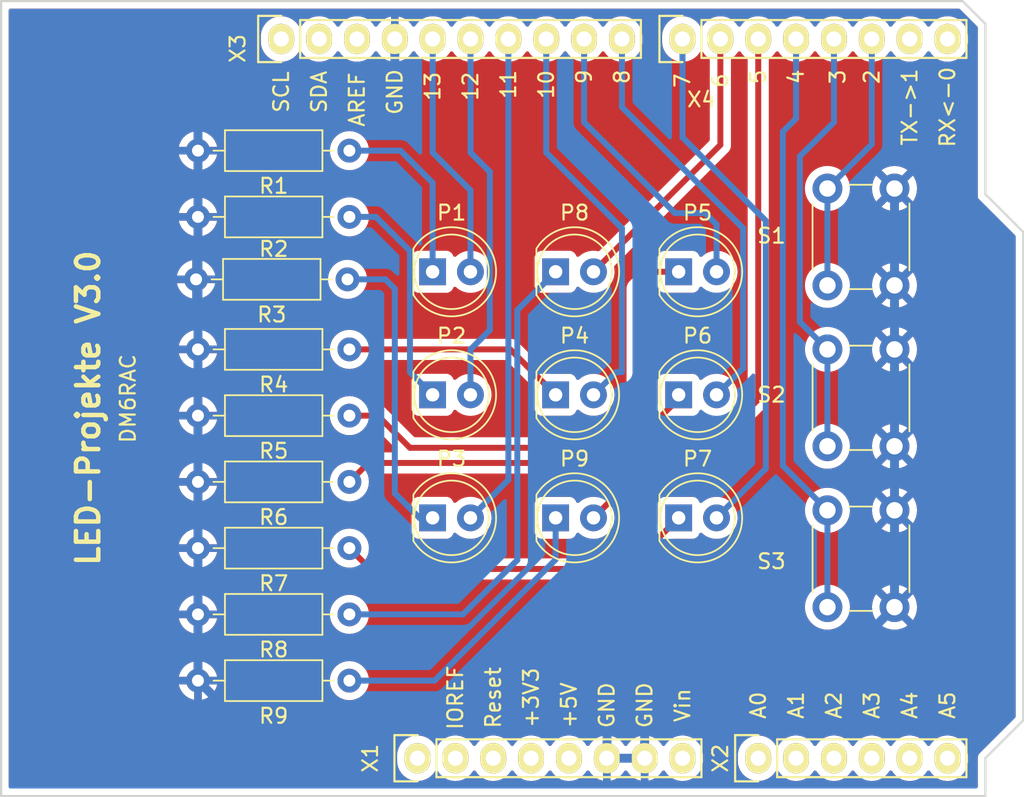
<source format=kicad_pcb>
(kicad_pcb (version 20211014) (generator pcbnew)
  (title_block (date "lun. 30 mars 2015"))
  (layers (0 "F.Cu" signal) (31 "B.Cu" signal) (34 "B.Paste" user) (35 "F.Paste" user) (36 "B.SilkS" user "B.Silkscreen") (37 "F.SilkS" user "F.Silkscreen") (38 "B.Mask" user) (39 "F.Mask" user) (44 "Edge.Cuts" user))
  (net 0 "")
  (net 1 "/IOREF")
  (net 2 "/Reset")
  (net 3 "+5V")
  (net 4 "GND")
  (net 5 "/Vin")
  (net 6 "/A0")
  (net 7 "/A1")
  (net 8 "/A2")
  (net 9 "/A3")
  (net 10 "/AREF")
  (net 11 "/D13")
  (net 12 "/D12")
  (net 13 "/D11")
  (net 14 "/D10")
  (net 15 "/D9")
  (net 16 "/D8")
  (net 17 "/D7")
  (net 18 "/D3")
  (net 19 "/D2")
  (net 20 "/D6")
  (net 21 "/D5")
  (net 22 "/D4")
  (net 23 "Net-(P5-Pad1)")
  (net 24 "Net-(P6-Pad1)")
  (net 25 "Net-(P7-Pad1)")
  (net 26 "Net-(P2-Pad1)")
  (net 27 "/A4")
  (net 28 "Net-(P3-Pad1)")
  (net 29 "Net-(P1-Pad1)")
  (net 30 "+3V3")
  (net 31 "/A5")
  (net 32 "/SCL")
  (net 33 "Net-(P4-Pad1)")
  (net 35 "/SDA")
  (net 36 "Net-(P8-Pad1)")
  (net 37 "Net-(P9-Pad1)")
  (net 38 "/D1(Tx)")
  (net 39 "/D0(Rx)")
  (footprint "Socket_Arduino_Uno:Socket_Strip_Arduino_1x08" (layer "F.Cu") (at 138.938 123.825)
    (fp_text reference "X1" (at -3.175 0 90) (layer "F.SilkS"))
    (fp_text value "Power")
    (fp_line (start 19.05 1.27) (end 19.05 -1.27) (layer "F.SilkS") (width 0.15))
    (fp_line (start 1.27 1.27) (end 19.05 1.27) (layer "F.SilkS") (width 0.15))
    (fp_line (start 19.05 -1.27) (end 1.27 -1.27) (layer "F.SilkS") (width 0.15))
    (fp_line (start 0 -1.55) (end -1.55 -1.55) (layer "F.SilkS") (width 0.15))
    (fp_line (start -1.55 -1.55) (end -1.55 1.55) (layer "F.SilkS") (width 0.15))
    (fp_line (start -1.55 1.55) (end 0 1.55) (layer "F.SilkS") (width 0.15))
    (fp_line (start 1.27 1.27) (end 1.27 -1.27) (layer "F.SilkS") (width 0.15))
    (pad "1" thru_hole oval locked (at 0 0) (size 1.7272 2.032) (drill 1.016) (layers *.Cu *.Mask "F.SilkS"))
    (pad "2" thru_hole oval locked (at 2.54 0) (size 1.7272 2.032) (drill 1.016) (layers *.Cu *.Mask "F.SilkS") (net 1 "/IOREF"))
    (pad "3" thru_hole oval locked (at 5.08 0) (size 1.7272 2.032) (drill 1.016) (layers *.Cu *.Mask "F.SilkS") (net 2 "/Reset"))
    (pad "4" thru_hole oval locked (at 7.62 0) (size 1.7272 2.032) (drill 1.016) (layers *.Cu *.Mask "F.SilkS") (net 30 "+3V3"))
    (pad "5" thru_hole oval locked (at 10.16 0) (size 1.7272 2.032) (drill 1.016) (layers *.Cu *.Mask "F.SilkS") (net 3 "+5V"))
    (pad "6" thru_hole oval locked (at 12.7 0) (size 1.7272 2.032) (drill 1.016) (layers *.Cu *.Mask "F.SilkS") (net 4 "GND"))
    (pad "7" thru_hole oval locked (at 15.24 0) (size 1.7272 2.032) (drill 1.016) (layers *.Cu *.Mask "F.SilkS") (net 4 "GND"))
    (pad "8" thru_hole oval locked (at 17.78 0) (size 1.7272 2.032) (drill 1.016) (layers *.Cu *.Mask "F.SilkS") (net 5 "/Vin"))
  )
  (footprint "Socket_Arduino_Uno:Socket_Strip_Arduino_1x06" (layer "F.Cu") (at 161.798 123.825)
    (fp_text reference "X2" (at -2.54 0 90) (layer "F.SilkS"))
    (fp_text value "Analog")
    (fp_line (start 1.27 1.27) (end 1.27 -1.27) (layer "F.SilkS") (width 0.15))
    (fp_line (start 0 -1.55) (end -1.55 -1.55) (layer "F.SilkS") (width 0.15))
    (fp_line (start 13.97 -1.27) (end 1.27 -1.27) (layer "F.SilkS") (width 0.15))
    (fp_line (start 1.27 1.27) (end 13.97 1.27) (layer "F.SilkS") (width 0.15))
    (fp_line (start 13.97 1.27) (end 13.97 -1.27) (layer "F.SilkS") (width 0.15))
    (fp_line (start -1.55 -1.55) (end -1.55 1.55) (layer "F.SilkS") (width 0.15))
    (fp_line (start -1.55 1.55) (end 0 1.55) (layer "F.SilkS") (width 0.15))
    (pad "1" thru_hole oval locked (at 0 0) (size 1.7272 2.032) (drill 1.016) (layers *.Cu *.Mask "F.SilkS") (net 6 "/A0"))
    (pad "2" thru_hole oval locked (at 2.54 0) (size 1.7272 2.032) (drill 1.016) (layers *.Cu *.Mask "F.SilkS") (net 7 "/A1"))
    (pad "3" thru_hole oval locked (at 5.08 0) (size 1.7272 2.032) (drill 1.016) (layers *.Cu *.Mask "F.SilkS") (net 8 "/A2"))
    (pad "4" thru_hole oval locked (at 7.62 0) (size 1.7272 2.032) (drill 1.016) (layers *.Cu *.Mask "F.SilkS") (net 9 "/A3"))
    (pad "5" thru_hole oval locked (at 10.16 0) (size 1.7272 2.032) (drill 1.016) (layers *.Cu *.Mask "F.SilkS") (net 27 "/A4"))
    (pad "6" thru_hole oval locked (at 12.7 0) (size 1.7272 2.032) (drill 1.016) (layers *.Cu *.Mask "F.SilkS") (net 31 "/A5"))
  )
  (footprint "Socket_Arduino_Uno:Socket_Strip_Arduino_1x10" (layer "F.Cu") (at 129.794 75.565)
    (fp_text reference "X3" (at -2.921 0.635 90) (layer "F.SilkS"))
    (fp_text value "Digital")
    (fp_line (start -1.55 -1.55) (end -1.55 1.55) (layer "F.SilkS") (width 0.15))
    (fp_line (start 1.27 1.27) (end 24.13 1.27) (layer "F.SilkS") (width 0.15))
    (fp_line (start 24.13 1.27) (end 24.13 -1.27) (layer "F.SilkS") (width 0.15))
    (fp_line (start 24.13 -1.27) (end 1.27 -1.27) (layer "F.SilkS") (width 0.15))
    (fp_line (start 0 -1.55) (end -1.55 -1.55) (layer "F.SilkS") (width 0.15))
    (fp_line (start -1.55 1.55) (end 0 1.55) (layer "F.SilkS") (width 0.15))
    (fp_line (start 1.27 1.27) (end 1.27 -1.27) (layer "F.SilkS") (width 0.15))
    (pad "1" thru_hole oval locked (at 0 0) (size 1.7272 2.032) (drill 1.016) (layers *.Cu *.Mask "F.SilkS") (net 32 "/SCL"))
    (pad "2" thru_hole oval locked (at 2.54 0) (size 1.7272 2.032) (drill 1.016) (layers *.Cu *.Mask "F.SilkS") (net 35 "/SDA"))
    (pad "3" thru_hole oval locked (at 5.08 0) (size 1.7272 2.032) (drill 1.016) (layers *.Cu *.Mask "F.SilkS") (net 10 "/AREF"))
    (pad "4" thru_hole oval locked (at 7.62 0) (size 1.7272 2.032) (drill 1.016) (layers *.Cu *.Mask "F.SilkS") (net 4 "GND"))
    (pad "5" thru_hole oval locked (at 10.16 0) (size 1.7272 2.032) (drill 1.016) (layers *.Cu *.Mask "F.SilkS") (net 11 "/D13"))
    (pad "6" thru_hole oval locked (at 12.7 0) (size 1.7272 2.032) (drill 1.016) (layers *.Cu *.Mask "F.SilkS") (net 12 "/D12"))
    (pad "7" thru_hole oval locked (at 15.24 0) (size 1.7272 2.032) (drill 1.016) (layers *.Cu *.Mask "F.SilkS") (net 13 "/D11"))
    (pad "8" thru_hole oval locked (at 17.78 0) (size 1.7272 2.032) (drill 1.016) (layers *.Cu *.Mask "F.SilkS") (net 14 "/D10"))
    (pad "9" thru_hole oval locked (at 20.32 0) (size 1.7272 2.032) (drill 1.016) (layers *.Cu *.Mask "F.SilkS") (net 15 "/D9"))
    (pad "10" thru_hole oval locked (at 22.86 0) (size 1.7272 2.032) (drill 1.016) (layers *.Cu *.Mask "F.SilkS") (net 16 "/D8"))
  )
  (footprint "Socket_Arduino_Uno:Socket_Strip_Arduino_1x08" (layer "F.Cu") (at 156.718 75.565)
    (fp_text reference "X4" (at 1.27 4.064 180) (layer "F.SilkS"))
    (fp_text value "Digital")
    (fp_line (start 19.05 -1.27) (end 1.27 -1.27) (layer "F.SilkS") (width 0.15))
    (fp_line (start -1.55 1.55) (end 0 1.55) (layer "F.SilkS") (width 0.15))
    (fp_line (start 1.27 1.27) (end 19.05 1.27) (layer "F.SilkS") (width 0.15))
    (fp_line (start 1.27 1.27) (end 1.27 -1.27) (layer "F.SilkS") (width 0.15))
    (fp_line (start 0 -1.55) (end -1.55 -1.55) (layer "F.SilkS") (width 0.15))
    (fp_line (start 19.05 1.27) (end 19.05 -1.27) (layer "F.SilkS") (width 0.15))
    (fp_line (start -1.55 -1.55) (end -1.55 1.55) (layer "F.SilkS") (width 0.15))
    (pad "1" thru_hole oval locked (at 0 0) (size 1.7272 2.032) (drill 1.016) (layers *.Cu *.Mask "F.SilkS") (net 17 "/D7"))
    (pad "2" thru_hole oval locked (at 2.54 0) (size 1.7272 2.032) (drill 1.016) (layers *.Cu *.Mask "F.SilkS") (net 20 "/D6"))
    (pad "3" thru_hole oval locked (at 5.08 0) (size 1.7272 2.032) (drill 1.016) (layers *.Cu *.Mask "F.SilkS") (net 21 "/D5"))
    (pad "4" thru_hole oval locked (at 7.62 0) (size 1.7272 2.032) (drill 1.016) (layers *.Cu *.Mask "F.SilkS") (net 22 "/D4"))
    (pad "5" thru_hole oval locked (at 10.16 0) (size 1.7272 2.032) (drill 1.016) (layers *.Cu *.Mask "F.SilkS") (net 18 "/D3"))
    (pad "6" thru_hole oval locked (at 12.7 0) (size 1.7272 2.032) (drill 1.016) (layers *.Cu *.Mask "F.SilkS") (net 19 "/D2"))
    (pad "7" thru_hole oval locked (at 15.24 0) (size 1.7272 2.032) (drill 1.016) (layers *.Cu *.Mask "F.SilkS") (net 38 "/D1(Tx)"))
    (pad "8" thru_hole oval locked (at 17.78 0) (size 1.7272 2.032) (drill 1.016) (layers *.Cu *.Mask "F.SilkS") (net 39 "/D0(Rx)"))
  )
  (footprint "LED_THT:LED_D5.0mm" (layer "F.Cu") (at 139.949 99.441)
    (fp_text reference "P2" (at 1.27 -3.96) (layer "F.SilkS"))
    (fp_text value "gelb")
    (fp_line (start -1.29 -1.545) (end -1.29 1.545) (layer "F.SilkS") (width 0.12))
    (fp_arc (start 4.26 -0.000462) (mid 2.072002 2.880433) (end -1.29 1.54483) (layer "F.SilkS") (width 0.12))
    (fp_arc (start -1.29 -1.54483) (mid 2.072002 -2.880433) (end 4.26 0.000462) (layer "F.SilkS") (width 0.12))
    (fp_circle (center 1.27 0) (end 3.77 0) (layer "F.SilkS") (width 0.12) (fill none))
    (pad "1" thru_hole rect (at 0 0) (size 1.8 1.8) (drill 0.9) (layers *.Cu *.Mask) (net 26 "Net-(P2-Pad1)"))
    (pad "2" thru_hole circle (at 2.54 0) (size 1.8 1.8) (drill 0.9) (layers *.Cu *.Mask) (net 12 "/D12"))
  )
  (footprint "LED_THT:LED_D5.0mm" (layer "F.Cu") (at 148.204 107.696)
    (fp_text reference "P9" (at 1.27 -3.96) (layer "F.SilkS"))
    (fp_text value "weiß")
    (fp_line (start -1.29 -1.545) (end -1.29 1.545) (layer "F.SilkS") (width 0.12))
    (fp_arc (start -1.29 -1.54483) (mid 2.072002 -2.880433) (end 4.26 0.000462) (layer "F.SilkS") (width 0.12))
    (fp_arc (start 4.26 -0.000462) (mid 2.072002 2.880433) (end -1.29 1.54483) (layer "F.SilkS") (width 0.12))
    (fp_circle (center 1.27 0) (end 3.77 0) (layer "F.SilkS") (width 0.12) (fill none))
    (pad "1" thru_hole rect (at 0 0) (size 1.8 1.8) (drill 0.9) (layers *.Cu *.Mask) (net 37 "Net-(P9-Pad1)"))
    (pad "2" thru_hole circle (at 2.54 0) (size 1.8 1.8) (drill 0.9) (layers *.Cu *.Mask) (net 21 "/D5"))
  )
  (footprint "Resistor_THT:R_Axial_DIN0207_L6.3mm_D2.5mm_P10.16mm_Horizontal" (layer "F.Cu") (at 134.366 114.173 180)
    (fp_text reference "R8" (at 5.08 -2.37) (layer "F.SilkS"))
    (fp_text value "390")
    (fp_line (start 1.04 0) (end 1.81 0) (layer "F.SilkS") (width 0.12))
    (fp_line (start 1.81 1.37) (end 8.35 1.37) (layer "F.SilkS") (width 0.12))
    (fp_line (start 9.12 0) (end 8.35 0) (layer "F.SilkS") (width 0.12))
    (fp_line (start 1.81 -1.37) (end 1.81 1.37) (layer "F.SilkS") (width 0.12))
    (fp_line (start 8.35 -1.37) (end 1.81 -1.37) (layer "F.SilkS") (width 0.12))
    (fp_line (start 8.35 1.37) (end 8.35 -1.37) (layer "F.SilkS") (width 0.12))
    (pad "1" thru_hole circle (at 0 0 180) (size 1.6 1.6) (drill 0.8) (layers *.Cu *.Mask) (net 36 "Net-(P8-Pad1)"))
    (pad "2" thru_hole oval (at 10.16 0 180) (size 1.6 1.6) (drill 0.8) (layers *.Cu *.Mask) (net 4 "GND"))
  )
  (footprint "Resistor_THT:R_Axial_DIN0207_L6.3mm_D2.5mm_P10.16mm_Horizontal" (layer "F.Cu") (at 134.366 100.838 180)
    (fp_text reference "R5" (at 5.08 -2.37) (layer "F.SilkS"))
    (fp_text value "390")
    (fp_line (start 9.12 0) (end 8.35 0) (layer "F.SilkS") (width 0.12))
    (fp_line (start 8.35 1.37) (end 8.35 -1.37) (layer "F.SilkS") (width 0.12))
    (fp_line (start 1.81 -1.37) (end 1.81 1.37) (layer "F.SilkS") (width 0.12))
    (fp_line (start 1.04 0) (end 1.81 0) (layer "F.SilkS") (width 0.12))
    (fp_line (start 8.35 -1.37) (end 1.81 -1.37) (layer "F.SilkS") (width 0.12))
    (fp_line (start 1.81 1.37) (end 8.35 1.37) (layer "F.SilkS") (width 0.12))
    (pad "1" thru_hole circle (at 0 0 180) (size 1.6 1.6) (drill 0.8) (layers *.Cu *.Mask) (net 23 "Net-(P5-Pad1)"))
    (pad "2" thru_hole oval (at 10.16 0 180) (size 1.6 1.6) (drill 0.8) (layers *.Cu *.Mask) (net 4 "GND"))
  )
  (footprint "Resistor_THT:R_Axial_DIN0207_L6.3mm_D2.5mm_P10.16mm_Horizontal" (layer "F.Cu") (at 134.366 96.393 180)
    (fp_text reference "R4" (at 5.08 -2.37) (layer "F.SilkS"))
    (fp_text value "390")
    (fp_line (start 8.35 1.37) (end 8.35 -1.37) (layer "F.SilkS") (width 0.12))
    (fp_line (start 1.81 -1.37) (end 1.81 1.37) (layer "F.SilkS") (width 0.12))
    (fp_line (start 1.81 1.37) (end 8.35 1.37) (layer "F.SilkS") (width 0.12))
    (fp_line (start 1.04 0) (end 1.81 0) (layer "F.SilkS") (width 0.12))
    (fp_line (start 8.35 -1.37) (end 1.81 -1.37) (layer "F.SilkS") (width 0.12))
    (fp_line (start 9.12 0) (end 8.35 0) (layer "F.SilkS") (width 0.12))
    (pad "1" thru_hole circle (at 0 0 180) (size 1.6 1.6) (drill 0.8) (layers *.Cu *.Mask) (net 33 "Net-(P4-Pad1)"))
    (pad "2" thru_hole oval (at 10.16 0 180) (size 1.6 1.6) (drill 0.8) (layers *.Cu *.Mask) (net 4 "GND"))
  )
  (footprint "LED_THT:LED_D5.0mm" (layer "F.Cu") (at 139.949 107.696)
    (fp_text reference "P3" (at 1.27 -3.96) (layer "F.SilkS"))
    (fp_text value "grün")
    (fp_line (start -1.29 -1.545) (end -1.29 1.545) (layer "F.SilkS") (width 0.12))
    (fp_arc (start 4.26 -0.000462) (mid 2.072002 2.880433) (end -1.29 1.54483) (layer "F.SilkS") (width 0.12))
    (fp_arc (start -1.29 -1.54483) (mid 2.072002 -2.880433) (end 4.26 0.000462) (layer "F.SilkS") (width 0.12))
    (fp_circle (center 1.27 0) (end 3.77 0) (layer "F.SilkS") (width 0.12) (fill none))
    (pad "1" thru_hole rect (at 0 0) (size 1.8 1.8) (drill 0.9) (layers *.Cu *.Mask) (net 28 "Net-(P3-Pad1)"))
    (pad "2" thru_hole circle (at 2.54 0) (size 1.8 1.8) (drill 0.9) (layers *.Cu *.Mask) (net 13 "/D11"))
  )
  (footprint "LED_THT:LED_D5.0mm" (layer "F.Cu") (at 156.459 99.441)
    (fp_text reference "P6" (at 1.27 -3.96) (layer "F.SilkS"))
    (fp_text value "gelb")
    (fp_line (start -1.29 -1.545) (end -1.29 1.545) (layer "F.SilkS") (width 0.12))
    (fp_arc (start -1.29 -1.54483) (mid 2.072002 -2.880433) (end 4.26 0.000462) (layer "F.SilkS") (width 0.12))
    (fp_arc (start 4.26 -0.000462) (mid 2.072002 2.880433) (end -1.29 1.54483) (layer "F.SilkS") (width 0.12))
    (fp_circle (center 1.27 0) (end 3.77 0) (layer "F.SilkS") (width 0.12) (fill none))
    (pad "1" thru_hole rect (at 0 0) (size 1.8 1.8) (drill 0.9) (layers *.Cu *.Mask) (net 24 "Net-(P6-Pad1)"))
    (pad "2" thru_hole circle (at 2.54 0) (size 1.8 1.8) (drill 0.9) (layers *.Cu *.Mask) (net 16 "/D8"))
  )
  (footprint "Button_Switch_THT:SW_PUSH_6mm_H9.5mm" (layer "F.Cu") (at 170.942 96.393 -90)
    (fp_text reference "S2" (at 3.048 8.26 180) (layer "F.SilkS"))
    (fp_text value "Taster")
    (fp_line (start 6.75 3) (end 6.75 1.5) (layer "F.SilkS") (width 0.12))
    (fp_line (start 1 5.5) (end 5.5 5.5) (layer "F.SilkS") (width 0.12))
    (fp_line (start -0.25 1.5) (end -0.25 3) (layer "F.SilkS") (width 0.12))
    (fp_line (start 5.5 -1) (end 1 -1) (layer "F.SilkS") (width 0.12))
    (pad "1" thru_hole circle (at 0 0) (size 2 2) (drill 1.1) (layers *.Cu *.Mask) (net 4 "GND"))
    (pad "2" thru_hole circle (at 0 4.5) (size 2 2) (drill 1.1) (layers *.Cu *.Mask) (net 18 "/D3"))
    (pad "3" thru_hole circle (at 6.5 0) (size 2 2) (drill 1.1) (layers *.Cu *.Mask) (net 4 "GND"))
    (pad "4" thru_hole circle (at 6.5 4.5) (size 2 2) (drill 1.1) (layers *.Cu *.Mask) (net 18 "/D3"))
  )
  (footprint "Resistor_THT:R_Axial_DIN0207_L6.3mm_D2.5mm_P10.16mm_Horizontal" (layer "F.Cu") (at 134.366 105.283 180)
    (fp_text reference "R6" (at 5.08 -2.37) (layer "F.SilkS"))
    (fp_text value "390")
    (fp_line (start 1.81 -1.37) (end 1.81 1.37) (layer "F.SilkS") (width 0.12))
    (fp_line (start 8.35 1.37) (end 8.35 -1.37) (layer "F.SilkS") (width 0.12))
    (fp_line (start 1.81 1.37) (end 8.35 1.37) (layer "F.SilkS") (width 0.12))
    (fp_line (start 1.04 0) (end 1.81 0) (layer "F.SilkS") (width 0.12))
    (fp_line (start 9.12 0) (end 8.35 0) (layer "F.SilkS") (width 0.12))
    (fp_line (start 8.35 -1.37) (end 1.81 -1.37) (layer "F.SilkS") (width 0.12))
    (pad "1" thru_hole circle (at 0 0 180) (size 1.6 1.6) (drill 0.8) (layers *.Cu *.Mask) (net 24 "Net-(P6-Pad1)"))
    (pad "2" thru_hole oval (at 10.16 0 180) (size 1.6 1.6) (drill 0.8) (layers *.Cu *.Mask) (net 4 "GND"))
  )
  (footprint "LED_THT:LED_D5.0mm" (layer "F.Cu") (at 148.204 91.186)
    (fp_text reference "P8" (at 1.27 -3.96) (layer "F.SilkS"))
    (fp_text value "rot")
    (fp_line (start -1.29 -1.545) (end -1.29 1.545) (layer "F.SilkS") (width 0.12))
    (fp_arc (start -1.29 -1.54483) (mid 2.072002 -2.880433) (end 4.26 0.000462) (layer "F.SilkS") (width 0.12))
    (fp_arc (start 4.26 -0.000462) (mid 2.072002 2.880433) (end -1.29 1.54483) (layer "F.SilkS") (width 0.12))
    (fp_circle (center 1.27 0) (end 3.77 0) (layer "F.SilkS") (width 0.12) (fill none))
    (pad "1" thru_hole rect (at 0 0) (size 1.8 1.8) (drill 0.9) (layers *.Cu *.Mask) (net 36 "Net-(P8-Pad1)"))
    (pad "2" thru_hole circle (at 2.54 0) (size 1.8 1.8) (drill 0.9) (layers *.Cu *.Mask) (net 20 "/D6"))
  )
  (footprint "Resistor_THT:R_Axial_DIN0207_L6.3mm_D2.5mm_P10.16mm_Horizontal" (layer "F.Cu") (at 134.366 83.058 180)
    (fp_text reference "R1" (at 5.08 -2.37) (layer "F.SilkS"))
    (fp_text value "390")
    (fp_line (start 1.81 1.37) (end 8.35 1.37) (layer "F.SilkS") (width 0.12))
    (fp_line (start 1.81 -1.37) (end 1.81 1.37) (layer "F.SilkS") (width 0.12))
    (fp_line (start 1.04 0) (end 1.81 0) (layer "F.SilkS") (width 0.12))
    (fp_line (start 8.35 -1.37) (end 1.81 -1.37) (layer "F.SilkS") (width 0.12))
    (fp_line (start 8.35 1.37) (end 8.35 -1.37) (layer "F.SilkS") (width 0.12))
    (fp_line (start 9.12 0) (end 8.35 0) (layer "F.SilkS") (width 0.12))
    (pad "1" thru_hole circle (at 0 0 180) (size 1.6 1.6) (drill 0.8) (layers *.Cu *.Mask) (net 29 "Net-(P1-Pad1)"))
    (pad "2" thru_hole oval (at 10.16 0 180) (size 1.6 1.6) (drill 0.8) (layers *.Cu *.Mask) (net 4 "GND"))
  )
  (footprint "Resistor_THT:R_Axial_DIN0207_L6.3mm_D2.5mm_P10.16mm_Horizontal" (layer "F.Cu") (at 134.366 109.728 180)
    (fp_text reference "R7" (at 5.08 -2.37) (layer "F.SilkS"))
    (fp_text value "390")
    (fp_line (start 9.12 0) (end 8.35 0) (layer "F.SilkS") (width 0.12))
    (fp_line (start 8.35 1.37) (end 8.35 -1.37) (layer "F.SilkS") (width 0.12))
    (fp_line (start 8.35 -1.37) (end 1.81 -1.37) (layer "F.SilkS") (width 0.12))
    (fp_line (start 1.81 -1.37) (end 1.81 1.37) (layer "F.SilkS") (width 0.12))
    (fp_line (start 1.81 1.37) (end 8.35 1.37) (layer "F.SilkS") (width 0.12))
    (fp_line (start 1.04 0) (end 1.81 0) (layer "F.SilkS") (width 0.12))
    (pad "1" thru_hole circle (at 0 0 180) (size 1.6 1.6) (drill 0.8) (layers *.Cu *.Mask) (net 25 "Net-(P7-Pad1)"))
    (pad "2" thru_hole oval (at 10.16 0 180) (size 1.6 1.6) (drill 0.8) (layers *.Cu *.Mask) (net 4 "GND"))
  )
  (footprint "Button_Switch_THT:SW_PUSH_6mm_H9.5mm" (layer "F.Cu") (at 170.942 107.188 -90)
    (fp_text reference "S3" (at 3.429 8.26 180) (layer "F.SilkS"))
    (fp_text value "Taster")
    (fp_line (start 5.5 -1) (end 1 -1) (layer "F.SilkS") (width 0.12))
    (fp_line (start 6.75 3) (end 6.75 1.5) (layer "F.SilkS") (width 0.12))
    (fp_line (start -0.25 1.5) (end -0.25 3) (layer "F.SilkS") (width 0.12))
    (fp_line (start 1 5.5) (end 5.5 5.5) (layer "F.SilkS") (width 0.12))
    (pad "1" thru_hole circle (at 0 0) (size 2 2) (drill 1.1) (layers *.Cu *.Mask) (net 4 "GND"))
    (pad "2" thru_hole circle (at 0 4.5) (size 2 2) (drill 1.1) (layers *.Cu *.Mask) (net 22 "/D4"))
    (pad "3" thru_hole circle (at 6.5 0) (size 2 2) (drill 1.1) (layers *.Cu *.Mask) (net 4 "GND"))
    (pad "4" thru_hole circle (at 6.5 4.5) (size 2 2) (drill 1.1) (layers *.Cu *.Mask) (net 22 "/D4"))
  )
  (footprint "Resistor_THT:R_Axial_DIN0207_L6.3mm_D2.5mm_P10.16mm_Horizontal" (layer "F.Cu") (at 134.366 87.503 180)
    (fp_text reference "R2" (at 5.08 -2.159) (layer "F.SilkS"))
    (fp_text value "390")
    (fp_line (start 1.81 -1.37) (end 1.81 1.37) (layer "F.SilkS") (width 0.12))
    (fp_line (start 1.81 1.37) (end 8.35 1.37) (layer "F.SilkS") (width 0.12))
    (fp_line (start 9.12 0) (end 8.35 0) (layer "F.SilkS") (width 0.12))
    (fp_line (start 1.04 0) (end 1.81 0) (layer "F.SilkS") (width 0.12))
    (fp_line (start 8.35 1.37) (end 8.35 -1.37) (layer "F.SilkS") (width 0.12))
    (fp_line (start 8.35 -1.37) (end 1.81 -1.37) (layer "F.SilkS") (width 0.12))
    (pad "1" thru_hole circle (at 0 0 180) (size 1.6 1.6) (drill 0.8) (layers *.Cu *.Mask) (net 26 "Net-(P2-Pad1)"))
    (pad "2" thru_hole oval (at 10.16 0 180) (size 1.6 1.6) (drill 0.8) (layers *.Cu *.Mask) (net 4 "GND"))
  )
  (footprint "Button_Switch_THT:SW_PUSH_6mm_H9.5mm" (layer "F.Cu") (at 170.942 85.598 -90)
    (fp_text reference "S1" (at 3.175 8.26 180) (layer "F.SilkS"))
    (fp_text value "Taster")
    (fp_line (start 1 5.5) (end 5.5 5.5) (layer "F.SilkS") (width 0.12))
    (fp_line (start 6.75 3) (end 6.75 1.5) (layer "F.SilkS") (width 0.12))
    (fp_line (start 5.5 -1) (end 1 -1) (layer "F.SilkS") (width 0.12))
    (fp_line (start -0.25 1.5) (end -0.25 3) (layer "F.SilkS") (width 0.12))
    (pad "1" thru_hole circle (at 0 0) (size 2 2) (drill 1.1) (layers *.Cu *.Mask) (net 4 "GND"))
    (pad "2" thru_hole circle (at 0 4.5) (size 2 2) (drill 1.1) (layers *.Cu *.Mask) (net 19 "/D2"))
    (pad "3" thru_hole circle (at 6.5 0) (size 2 2) (drill 1.1) (layers *.Cu *.Mask) (net 4 "GND"))
    (pad "4" thru_hole circle (at 6.5 4.5) (size 2 2) (drill 1.1) (layers *.Cu *.Mask) (net 19 "/D2"))
  )
  (footprint "LED_THT:LED_D5.0mm" (layer "F.Cu") (at 148.204 99.441)
    (fp_text reference "P4" (at 1.27 -3.96) (layer "F.SilkS"))
    (fp_text value "grün")
    (fp_line (start -1.29 -1.545) (end -1.29 1.545) (layer "F.SilkS") (width 0.12))
    (fp_arc (start -1.29 -1.54483) (mid 2.072002 -2.880433) (end 4.26 0.000462) (layer "F.SilkS") (width 0.12))
    (fp_arc (start 4.26 -0.000462) (mid 2.072002 2.880433) (end -1.29 1.54483) (layer "F.SilkS") (width 0.12))
    (fp_circle (center 1.27 0) (end 3.77 0) (layer "F.SilkS") (width 0.12) (fill none))
    (pad "1" thru_hole rect (at 0 0) (size 1.8 1.8) (drill 0.9) (layers *.Cu *.Mask) (net 33 "Net-(P4-Pad1)"))
    (pad "2" thru_hole circle (at 2.54 0) (size 1.8 1.8) (drill 0.9) (layers *.Cu *.Mask) (net 14 "/D10"))
  )
  (footprint "LED_THT:LED_D5.0mm" (layer "F.Cu") (at 156.459 91.186)
    (fp_text reference "P5" (at 1.27 -3.96) (layer "F.SilkS"))
    (fp_text value "rot")
    (fp_line (start -1.29 -1.545) (end -1.29 1.545) (layer "F.SilkS") (width 0.12))
    (fp_arc (start 4.26 -0.000462) (mid 2.072002 2.880433) (end -1.29 1.54483) (layer "F.SilkS") (width 0.12))
    (fp_arc (start -1.29 -1.54483) (mid 2.072002 -2.880433) (end 4.26 0.000462) (layer "F.SilkS") (width 0.12))
    (fp_circle (center 1.27 0) (end 3.77 0) (layer "F.SilkS") (width 0.12) (fill none))
    (pad "1" thru_hole rect (at 0 0) (size 1.8 1.8) (drill 0.9) (layers *.Cu *.Mask) (net 23 "Net-(P5-Pad1)"))
    (pad "2" thru_hole circle (at 2.54 0) (size 1.8 1.8) (drill 0.9) (layers *.Cu *.Mask) (net 15 "/D9"))
  )
  (footprint "LED_THT:LED_D5.0mm" (layer "F.Cu") (at 139.949 91.186)
    (fp_text reference "P1" (at 1.27 -3.96) (layer "F.SilkS"))
    (fp_text value "rot")
    (fp_line (start -1.29 -1.545) (end -1.29 1.545) (layer "F.SilkS") (width 0.12))
    (fp_arc (start -1.29 -1.54483) (mid 2.072002 -2.880433) (end 4.26 0.000462) (layer "F.SilkS") (width 0.12))
    (fp_arc (start 4.26 -0.000462) (mid 2.072002 2.880433) (end -1.29 1.54483) (layer "F.SilkS") (width 0.12))
    (fp_circle (center 1.27 0) (end 3.77 0) (layer "F.SilkS") (width 0.12) (fill none))
    (pad "1" thru_hole rect (at 0 0) (size 1.8 1.8) (drill 0.9) (layers *.Cu *.Mask) (net 29 "Net-(P1-Pad1)"))
    (pad "2" thru_hole circle (at 2.54 0) (size 1.8 1.8) (drill 0.9) (layers *.Cu *.Mask) (net 11 "/D13"))
  )
  (footprint "Resistor_THT:R_Axial_DIN0207_L6.3mm_D2.5mm_P10.16mm_Horizontal" (layer "F.Cu") (at 134.366 118.618 180)
    (fp_text reference "R9" (at 5.08 -2.37) (layer "F.SilkS"))
    (fp_text value "390")
    (fp_line (start 1.04 0) (end 1.81 0) (layer "F.SilkS") (width 0.12))
    (fp_line (start 9.12 0) (end 8.35 0) (layer "F.SilkS") (width 0.12))
    (fp_line (start 8.35 1.37) (end 8.35 -1.37) (layer "F.SilkS") (width 0.12))
    (fp_line (start 1.81 1.37) (end 8.35 1.37) (layer "F.SilkS") (width 0.12))
    (fp_line (start 1.81 -1.37) (end 1.81 1.37) (layer "F.SilkS") (width 0.12))
    (fp_line (start 8.35 -1.37) (end 1.81 -1.37) (layer "F.SilkS") (width 0.12))
    (pad "1" thru_hole circle (at 0 0 180) (size 1.6 1.6) (drill 0.8) (layers *.Cu *.Mask) (net 37 "Net-(P9-Pad1)"))
    (pad "2" thru_hole oval (at 10.16 0 180) (size 1.6 1.6) (drill 0.8) (layers *.Cu *.Mask) (net 4 "GND"))
  )
  (footprint "Resistor_THT:R_Axial_DIN0207_L6.3mm_D2.5mm_P10.16mm_Horizontal" (layer "F.Cu") (at 134.239 91.694 180)
    (fp_text reference "R3" (at 5.08 -2.37) (layer "F.SilkS"))
    (fp_text value "390")
    (fp_line (start 8.35 -1.37) (end 1.81 -1.37) (layer "F.SilkS") (width 0.12))
    (fp_line (start 1.81 1.37) (end 8.35 1.37) (layer "F.SilkS") (width 0.12))
    (fp_line (start 9.12 0) (end 8.35 0) (layer "F.SilkS") (width 0.12))
    (fp_line (start 1.04 0) (end 1.81 0) (layer "F.SilkS") (width 0.12))
    (fp_line (start 8.35 1.37) (end 8.35 -1.37) (layer "F.SilkS") (width 0.12))
    (fp_line (start 1.81 -1.37) (end 1.81 1.37) (layer "F.SilkS") (width 0.12))
    (pad "1" thru_hole circle (at 0 0 180) (size 1.6 1.6) (drill 0.8) (layers *.Cu *.Mask) (net 28 "Net-(P3-Pad1)"))
    (pad "2" thru_hole oval (at 10.16 0 180) (size 1.6 1.6) (drill 0.8) (layers *.Cu *.Mask) (net 4 "GND"))
  )
  (footprint "LED_THT:LED_D5.0mm" (layer "F.Cu") (at 156.459 107.696)
    (fp_text reference "P7" (at 1.27 -3.96) (layer "F.SilkS"))
    (fp_text value "grün")
    (fp_line (start -1.29 -1.545) (end -1.29 1.545) (layer "F.SilkS") (width 0.12))
    (fp_arc (start -1.29 -1.54483) (mid 2.072002 -2.880433) (end 4.26 0.000462) (layer "F.SilkS") (width 0.12))
    (fp_arc (start 4.26 -0.000462) (mid 2.072002 2.880433) (end -1.29 1.54483) (layer "F.SilkS") (width 0.12))
    (fp_circle (center 1.27 0) (end 3.77 0) (layer "F.SilkS") (width 0.12) (fill none))
    (pad "1" thru_hole rect (at 0 0) (size 1.8 1.8) (drill 0.9) (layers *.Cu *.Mask) (net 25 "Net-(P7-Pad1)"))
    (pad "2" thru_hole circle (at 2.54 0) (size 1.8 1.8) (drill 0.9) (layers *.Cu *.Mask) (net 17 "/D7"))
  )
  (gr_line (start 179.578 88.519) (end 177.038 85.979) (layer "Edge.Cuts") (width 0.15))
  (gr_line (start 177.038 126.365) (end 177.038 123.825) (layer "Edge.Cuts") (width 0.15))
  (gr_line (start 177.038 74.549) (end 175.514 73.025) (layer "Edge.Cuts") (width 0.15))
  (gr_line (start 177.038 123.825) (end 179.578 121.285) (layer "Edge.Cuts") (width 0.15))
  (gr_line (start 110.998 73.025) (end 110.998 126.365) (layer "Edge.Cuts") (width 0.15))
  (gr_line (start 179.578 121.285) (end 179.578 88.519) (layer "Edge.Cuts") (width 0.15))
  (gr_line (start 110.998 126.365) (end 177.038 126.365) (layer "Edge.Cuts") (width 0.15))
  (gr_line (start 175.514 73.025) (end 110.998 73.025) (layer "Edge.Cuts") (width 0.15))
  (gr_line (start 177.038 85.979) (end 177.038 74.549) (layer "Edge.Cuts") (width 0.15))
  (gr_text "2" (at 169.418 78.105 90) (layer "F.SilkS") (effects (font (size 1 1))))
  (gr_text "A5" (at 174.498 120.269 90) (layer "F.SilkS") (effects (font (size 1 1))))
  (gr_text "GND" (at 154.178 120.269 90) (layer "F.SilkS") (effects (font (size 1 1))))
  (gr_text "A1" (at 164.338 120.269 90) (layer "F.SilkS") (effects (font (size 1 1))))
  (gr_text "DM6RAC" (at 119.507 99.695 90) (layer "F.SilkS") (effects (font (size 1 1))))
  (gr_text "9" (at 150.114 78.105 90) (layer "F.SilkS") (effects (font (size 1 1))))
  (gr_text "SDA" (at 132.334 79.121 90) (layer "F.SilkS") (effects (font (size 1 1))))
  (gr_text "A3" (at 169.418 120.269 90) (layer "F.SilkS") (effects (font (size 1 1))))
  (gr_text "3" (at 167.132 78.105 90) (layer "F.SilkS") (effects (font (size 1 1))))
  (gr_text "A4" (at 171.958 120.269 90) (layer "F.SilkS") (effects (font (size 1 1))))
  (gr_text "12" (at 142.494 78.74 90) (layer "F.SilkS") (effects (font (size 1 1))))
  (gr_text "+5V" (at 149.098 120.269 90) (layer "F.SilkS") (effects (font (size 1 1))))
  (gr_text "A2" (at 166.878 120.269 90) (layer "F.SilkS") (effects (font (size 1 1))))
  (gr_text "A0" (at 161.798 120.269 90) (layer "F.SilkS") (effects (font (size 1 1))))
  (gr_text "10" (at 147.574 78.613 90) (layer "F.SilkS") (effects (font (size 1 1))))
  (gr_text "5" (at 161.798 78.105 90) (layer "F.SilkS") (effects (font (size 1 1))))
  (gr_text "Vin" (at 156.718 120.269 90) (layer "F.SilkS") (effects (font (size 1 1))))
  (gr_text "13" (at 139.954 78.74 90) (layer "F.SilkS") (effects (font (size 1 1))))
  (gr_text "4" (at 164.338 78.105 90) (layer "F.SilkS") (effects (font (size 1 1))))
  (gr_text "8" (at 152.654 78.105 90) (layer "F.SilkS") (effects (font (size 1 1))))
  (gr_text "6" (at 159.258 78.359 90) (layer "F.SilkS") (effects (font (size 1 1))))
  (gr_text "RX<-0" (at 174.498 80.137 90) (layer "F.SilkS") (effects (font (size 1 1))))
  (gr_text "11" (at 145.034 78.613 90) (layer "F.SilkS") (effects (font (size 1 1))))
  (gr_text "AREF" (at 134.874 79.629 90) (layer "F.SilkS") (effects (font (size 1 1))))
  (gr_text "SCL" (at 129.794 79.121 90) (layer "F.SilkS") (effects (font (size 1 1))))
  (gr_text "IOREF" (at 141.478 119.761 90) (layer "F.SilkS") (effects (font (size 1 1))))
  (gr_text "GND" (at 151.638 120.269 90) (layer "F.SilkS") (effects (font (size 1 1))))
  (gr_text "7" (at 156.718 78.359 90) (layer "F.SilkS") (effects (font (size 1 1))))
  (gr_text "GND" (at 137.414 79.121 90) (layer "F.SilkS") (effects (font (size 1 1))))
  (gr_text "+3V3" (at 146.558 119.761 90) (layer "F.SilkS") (effects (font (size 1 1))))
  (gr_text "Reset" (at 144.018 119.761 90) (layer "F.SilkS") (effects (font (size 1 1))))
  (gr_text "LED-Projekte V3.0" (at 116.84 100.33 90) (layer "F.SilkS") (effects (font (size 1.5 1.5) (thickness 0.3))))
  (gr_text "TX->1" (at 171.958 80.137 90) (layer "F.SilkS") (effects (font (size 1 1))))
  (segment (start 124.206 96.393) (end 124.206 100.838) (width 0.6) (layer "B.Cu") (net 4))
  (segment (start 167.409 117.221) (end 170.942 113.688) (width 0.6) (layer "B.Cu") (net 4))
  (segment (start 124.206 83.058) (end 124.206 87.503) (width 0.6) (layer "B.Cu") (net 4))
  (segment (start 170.942 96.393) (end 170.942 102.893) (width 0.6) (layer "B.Cu") (net 4))
  (segment (start 137.414 75.565) (end 137.414 77.597) (width 0.6) (layer "B.Cu") (net 4))
  (segment (start 151.653 119.9642) (end 151.653 123.81) (width 0.6) (layer "B.Cu") (net 4))
  (segment (start 154.178 119.9792) (end 154.193 119.9642) (width 0.6) (layer "B.Cu") (net 4))
  (segment (start 124.206 81.661) (end 124.206 83.058) (width 0.6) (layer "B.Cu") (net 4))
  (segment (start 151.653 123.81) (end 151.638 123.825) (width 0.6) (layer "B.Cu") (net 4))
  (segment (start 126.238 79.629) (end 124.206 81.661) (width 0.6) (layer "B.Cu") (net 4))
  (segment (start 170.942 85.598) (end 170.942 92.098) (width 0.6) (layer "B.Cu") (net 4))
  (segment (start 124.206 87.503) (end 124.206 91.948) (width 0.6) (layer "B.Cu") (net 4))
  (segment (start 170.942 107.188) (end 170.942 113.688) (width 0.6) (layer "B.Cu") (net 4))
  (segment (start 170.942 102.893) (end 170.942 107.188) (width 0.6) (layer "B.Cu") (net 4))
  (segment (start 150.8402 120.777) (end 151.653 119.9642) (width 0.6) (layer "B.Cu") (net 4))
  (segment (start 124.206 118.618) (end 126.365 120.777) (width 0.6) (layer "B.Cu") (net 4))
  (segment (start 124.206 105.283) (end 124.206 109.728) (width 0.6) (layer "B.Cu") (net 4))
  (segment (start 154.193 119.9642) (end 156.9362 117.221) (width 0.6) (layer "B.Cu") (net 4))
  (segment (start 135.382 79.629) (end 126.238 79.629) (width 0.6) (layer "B.Cu") (net 4))
  (segment (start 151.638 123.825) (end 154.178 123.825) (width 0.6) (layer "B.Cu") (net 4))
  (segment (start 124.206 114.173) (end 124.206 118.618) (width 0.6) (layer "B.Cu") (net 4))
  (segment (start 137.414 77.597) (end 135.382 79.629) (width 0.6) (layer "B.Cu") (net 4))
  (segment (start 154.178 123.825) (end 154.178 119.9792) (width 0.6) (layer "B.Cu") (net 4))
  (segment (start 124.206 100.838) (end 124.206 105.283) (width 0.6) (layer "B.Cu") (net 4))
  (segment (start 154.193 119.9642) (end 151.653 119.9642) (width 0.6) (layer "B.Cu") (net 4))
  (segment (start 124.206 109.728) (end 124.206 114.173) (width 0.6) (layer "B.Cu") (net 4))
  (segment (start 156.9362 117.221) (end 167.409 117.221) (width 0.6) (layer "B.Cu") (net 4))
  (segment (start 126.365 120.777) (end 150.8402 120.777) (width 0.6) (layer "B.Cu") (net 4))
  (segment (start 170.942 92.098) (end 170.942 96.393) (width 0.6) (layer "B.Cu") (net 4))
  (segment (start 124.206 91.948) (end 124.206 96.393) (width 0.6) (layer "B.Cu") (net 4))
  (segment (start 139.954 75.565) (end 139.954 83.185) (width 0.4) (layer "B.Cu") (net 11))
  (segment (start 139.954 83.185) (end 142.489 85.72) (width 0.4) (layer "B.Cu") (net 11))
  (segment (start 142.489 85.72) (end 142.489 91.186) (width 0.4) (layer "B.Cu") (net 11))
  (segment (start 142.494 83.185) (end 142.494 75.565) (width 0.4) (layer "B.Cu") (net 12))
  (segment (start 142.489 99.441) (end 142.489 96.398) (width 0.4) (layer "B.Cu") (net 12))
  (segment (start 142.489 96.398) (end 143.788511 95.098489) (width 0.4) (layer "B.Cu") (net 12))
  (segment (start 143.788511 84.479511) (end 142.494 83.185) (width 0.4) (layer "B.Cu") (net 12))
  (segment (start 143.788511 95.098489) (end 143.788511 84.479511) (width 0.4) (layer "B.Cu") (net 12))
  (segment (start 145.034 105.151) (end 142.489 107.696) (width 0.4) (layer "B.Cu") (net 13))
  (segment (start 145.034 75.565) (end 145.034 105.151) (width 0.4) (layer "B.Cu") (net 13))
  (segment (start 147.574 83.185) (end 152.654 88.265) (width 0.4) (layer "B.Cu") (net 14))
  (segment (start 152.268 97.917) (end 150.744 99.441) (width 0.4) (layer "B.Cu") (net 14))
  (segment (start 147.574 75.565) (end 147.574 83.185) (width 0.4) (layer "B.Cu") (net 14))
  (segment (start 152.654 97.917) (end 152.268 97.917) (width 0.4) (layer "B.Cu") (net 14))
  (segment (start 152.654 88.265) (end 152.654 97.917) (width 0.4) (layer "B.Cu") (net 14))
  (segment (start 150.114 75.565) (end 150.114 81.153) (width 0.4) (layer "B.Cu") (net 15))
  (segment (start 150.114 81.153) (end 156.21 87.249) (width 0.4) (layer "B.Cu") (net 15))
  (segment (start 158.999 88.006) (end 158.999 91.186) (width 0.4) (layer "B.Cu") (net 15))
  (segment (start 156.21 87.249) (end 158.242 87.249) (width 0.4) (layer "B.Cu") (net 15))
  (segment (start 158.242 87.249) (end 158.999 88.006) (width 0.4) (layer "B.Cu") (net 15))
  (segment (start 152.654 75.565) (end 152.654 80.137) (width 0.4) (layer "B.Cu") (net 16))
  (segment (start 160.782 88.265) (end 160.782 97.658) (width 0.4) (layer "B.Cu") (net 16))
  (segment (start 152.654 80.137) (end 160.782 88.265) (width 0.4) (layer "B.Cu") (net 16))
  (segment (start 160.782 97.658) (end 158.999 99.441) (width 0.4) (layer "B.Cu") (net 16))
  (segment (start 156.718 75.565) (end 156.718 82.169) (width 0.4) (layer "B.Cu") (net 17))
  (segment (start 162.306 104.389) (end 158.999 107.696) (width 0.4) (layer "B.Cu") (net 17))
  (segment (start 162.306 87.757) (end 162.306 104.389) (width 0.4) (layer "B.Cu") (net 17))
  (segment (start 156.718 82.169) (end 162.306 87.757) (width 0.4) (layer "B.Cu") (net 17))
  (segment (start 166.878 75.565) (end 166.878 81.153) (width 0.4) (layer "B.Cu") (net 18))
  (segment (start 166.878 81.153) (end 164.592 83.439) (width 0.4) (layer "B.Cu") (net 18))
  (segment (start 164.592 94.543) (end 166.442 96.393) (width 0.4) (layer "B.Cu") (net 18))
  (segment (start 164.592 83.439) (end 164.592 94.543) (width 0.4) (layer "B.Cu") (net 18))
  (segment (start 166.442 96.393) (end 166.442 102.893) (width 0.4) (layer "B.Cu") (net 18))
  (segment (start 166.442 85.598) (end 166.442 92.098) (width 0.4) (layer "B.Cu") (net 19))
  (segment (start 169.418 82.622) (end 166.442 85.598) (width 0.4) (layer "B.Cu") (net 19))
  (segment (start 169.418 75.565) (end 169.418 82.622) (width 0.4) (layer "B.Cu") (net 19))
  (segment (start 159.258 82.672) (end 150.744 91.186) (width 0.4) (layer "F.Cu") (net 20))
  (segment (start 159.258 75.565) (end 159.258 82.672) (width 0.4) (layer "F.Cu") (net 20))
  (segment (start 156.399978 105.156) (end 153.284 105.156) (width 0.4) (layer "F.Cu") (net 21))
  (segment (start 161.798 99.757978) (end 156.399978 105.156) (width 0.4) (layer "F.Cu") (net 21))
  (segment (start 153.284 105.156) (end 150.744 107.696) (width 0.4) (layer "F.Cu") (net 21))
  (segment (start 161.798 75.565) (end 161.798 99.757978) (width 0.4) (layer "F.Cu") (net 21))
  (segment (start 163.449 81.788) (end 163.449 104.195) (width 0.4) (layer "B.Cu") (net 22))
  (segment (start 164.338 80.899) (end 163.449 81.788) (width 0.4) (layer "B.Cu") (net 22))
  (segment (start 166.442 107.188) (end 166.442 113.688) (width 0.4) (layer "B.Cu") (net 22))
  (segment (start 163.449 104.195) (end 166.442 107.188) (width 0.4) (layer "B.Cu") (net 22))
  (segment (start 164.338 75.565) (end 164.338 80.899) (width 0.4) (layer "B.Cu") (net 22))
  (segment (start 154.813 91.186) (end 153.67 92.329) (width 0.4) (layer "F.Cu") (net 23))
  (segment (start 156.459 91.186) (end 154.813 91.186) (width 0.4) (layer "F.Cu") (net 23))
  (segment (start 138.43 102.997) (end 136.271 100.838) (width 0.4) (layer "F.Cu") (net 23))
  (segment (start 153.67 101.473) (end 152.146 102.997) (width 0.4) (layer "F.Cu") (net 23))
  (segment (start 153.67 92.329) (end 153.67 101.473) (width 0.4) (layer "F.Cu") (net 23))
  (segment (start 136.271 100.838) (end 134.366 100.838) (width 0.4) (layer "F.Cu") (net 23))
  (segment (start 152.146 102.997) (end 138.43 102.997) (width 0.4) (layer "F.Cu") (net 23))
  (segment (start 135.636 104.013) (end 134.366 105.283) (width 0.4) (layer "F.Cu") (net 24))
  (segment (start 156.459 99.441) (end 156.459 99.7) (width 0.4) (layer "F.Cu") (net 24))
  (segment (start 152.146 104.013) (end 135.636 104.013) (width 0.4) (layer "F.Cu") (net 24))
  (segment (start 156.459 99.7) (end 152.146 104.013) (width 0.4) (layer "F.Cu") (net 24))
  (segment (start 153.03 111.125) (end 135.763 111.125) (width 0.4) (layer "F.Cu") (net 25))
  (segment (start 135.763 111.125) (end 134.366 109.728) (width 0.4) (layer "F.Cu") (net 25))
  (segment (start 156.459 107.696) (end 153.03 111.125) (width 0.4) (layer "F.Cu") (net 25))
  (segment (start 138.43 97.922) (end 139.949 99.441) (width 0.4) (layer "B.Cu") (net 26))
  (segment (start 138.43 89.789) (end 138.43 97.922) (width 0.4) (layer "B.Cu") (net 26))
  (segment (start 134.366 87.503) (end 136.144 87.503) (width 0.4) (layer "B.Cu") (net 26))
  (segment (start 136.144 87.503) (end 138.43 89.789) (width 0.4) (layer "B.Cu") (net 26))
  (segment (start 139.065 107.696) (end 139.949 107.696) (width 0.4) (layer "B.Cu") (net 28))
  (segment (start 134.239 91.694) (end 136.779 91.694) (width 0.4) (layer "B.Cu") (net 28))
  (segment (start 137.414 106.045) (end 139.065 107.696) (width 0.4) (layer "B.Cu") (net 28))
  (segment (start 137.414 92.329) (end 137.414 106.045) (width 0.4) (layer "B.Cu") (net 28))
  (segment (start 136.779 91.694) (end 137.414 92.329) (width 0.4) (layer "B.Cu") (net 28))
  (segment (start 134.366 83.058) (end 137.795 83.058) (width 0.4) (layer "B.Cu") (net 29))
  (segment (start 139.949 85.212) (end 139.949 91.186) (width 0.4) (layer "B.Cu") (net 29))
  (segment (start 137.795 83.058) (end 139.949 85.212) (width 0.4) (layer "B.Cu") (net 29))
  (segment (start 145.156 96.393) (end 148.204 99.441) (width 0.4) (layer "F.Cu") (net 33))
  (segment (start 134.366 96.393) (end 145.156 96.393) (width 0.4) (layer "F.Cu") (net 33))
  (segment (start 148.204 91.186) (end 145.63352 93.75648) (width 0.4) (layer "B.Cu") (net 36))
  (segment (start 141.986 114.173) (end 134.366 114.173) (width 0.4) (layer "B.Cu") (net 36))
  (segment (start 145.63352 93.75648) (end 145.63352 110.52548) (width 0.4) (layer "B.Cu") (net 36))
  (segment (start 145.63352 110.52548) (end 141.986 114.173) (width 0.4) (layer "B.Cu") (net 36))
  (segment (start 140.081 118.618) (end 148.204 110.495) (width 0.4) (layer "B.Cu") (net 37))
  (segment (start 134.366 118.618) (end 140.081 118.618) (width 0.4) (layer "B.Cu") (net 37))
  (segment (start 148.204 110.495) (end 148.204 107.696) (width 0.4) (layer "B.Cu") (net 37))
  (zone (net 4) (net_name "GND") (layers F&B.Cu) (connect_pads (clearance 0.508)) (min_thickness 0.254) (fill yes (thermal_gap 0.508) (thermal_bridge_width 0.508))
    (polygon (pts (xy 176.53 74.549) (xy 176.53 86.233) (xy 179.07 88.773) (xy 179.07 121.285) (xy 176.53 123.825) (xy 176.53 125.857) (xy 111.506 125.857) (xy 111.506 73.533) (xy 175.514 73.533)))
  )
)
</source>
